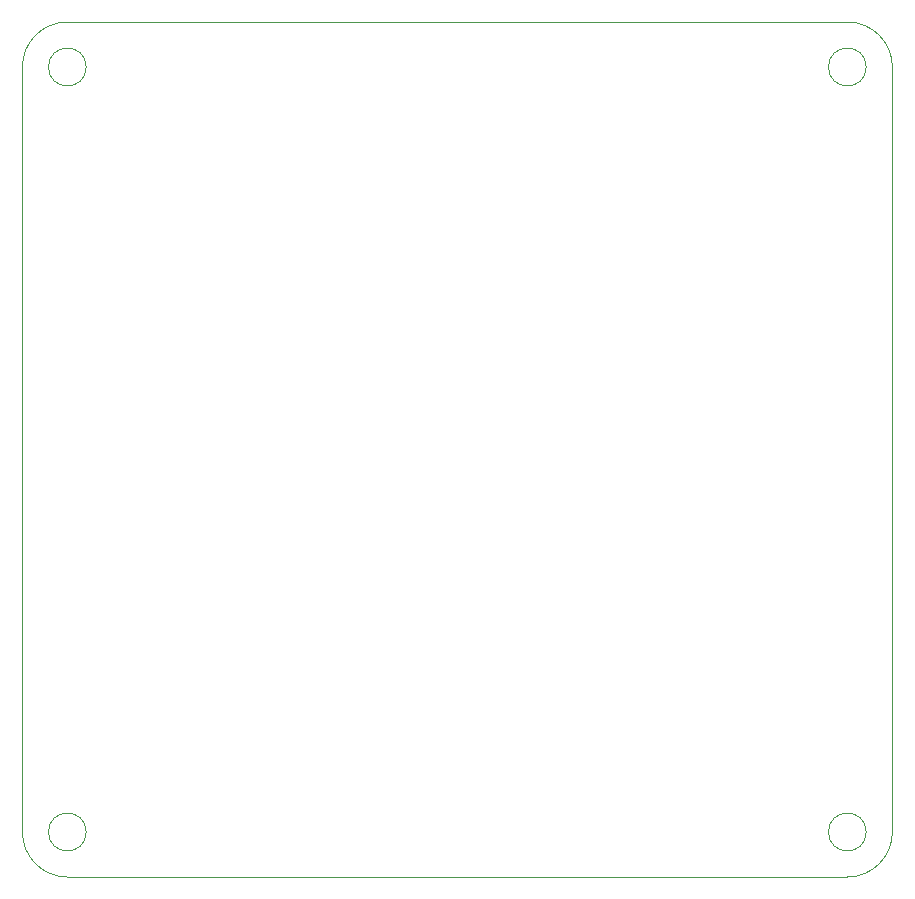
<source format=gm1>
G04 #@! TF.GenerationSoftware,KiCad,Pcbnew,(6.0.8)*
G04 #@! TF.CreationDate,2024-02-14T20:34:26-05:00*
G04 #@! TF.ProjectId,boat,626f6174-2e6b-4696-9361-645f70636258,rev?*
G04 #@! TF.SameCoordinates,Original*
G04 #@! TF.FileFunction,Profile,NP*
%FSLAX46Y46*%
G04 Gerber Fmt 4.6, Leading zero omitted, Abs format (unit mm)*
G04 Created by KiCad (PCBNEW (6.0.8)) date 2024-02-14 20:34:26*
%MOMM*%
%LPD*%
G01*
G04 APERTURE LIST*
G04 #@! TA.AperFunction,Profile*
%ADD10C,0.100000*%
G04 #@! TD*
G04 APERTURE END LIST*
D10*
X118110000Y-129540000D02*
G75*
G03*
X121920000Y-133350000I3810000J0D01*
G01*
X191770000Y-64770000D02*
G75*
G03*
X187960000Y-60960000I-3810000J0D01*
G01*
X121920000Y-60960000D02*
X187960000Y-60960000D01*
X123520000Y-64770000D02*
G75*
G03*
X123520000Y-64770000I-1600000J0D01*
G01*
X191770000Y-129540000D02*
X191770000Y-64770000D01*
X187960000Y-133350000D02*
X121920000Y-133350000D01*
X121920000Y-60960000D02*
G75*
G03*
X118110000Y-64770000I0J-3810000D01*
G01*
X189560000Y-129540000D02*
G75*
G03*
X189560000Y-129540000I-1600000J0D01*
G01*
X118110000Y-64770000D02*
X118110000Y-129540000D01*
X189560000Y-64770000D02*
G75*
G03*
X189560000Y-64770000I-1600000J0D01*
G01*
X123520000Y-129540000D02*
G75*
G03*
X123520000Y-129540000I-1600000J0D01*
G01*
X187960000Y-133350000D02*
G75*
G03*
X191770000Y-129540000I0J3810000D01*
G01*
M02*

</source>
